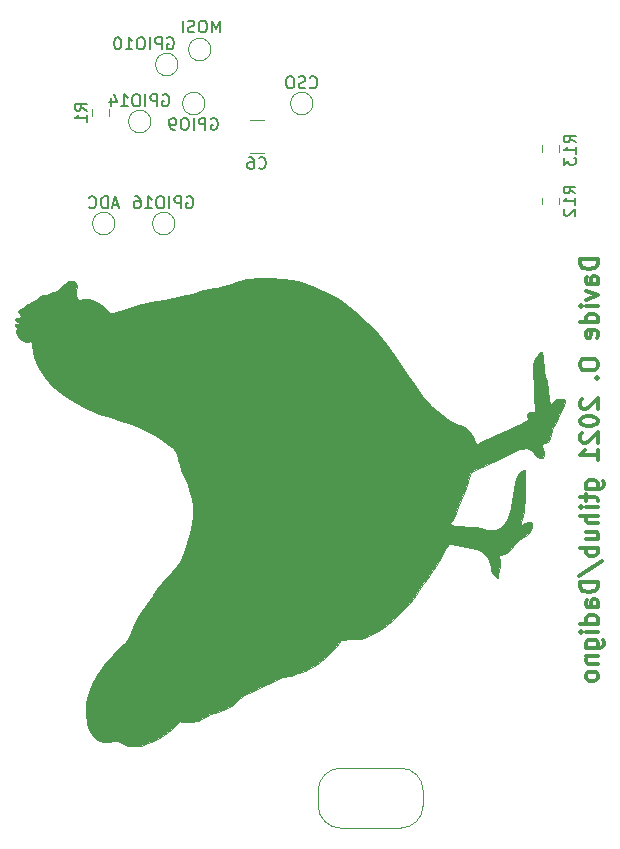
<source format=gbr>
G04 #@! TF.GenerationSoftware,KiCad,Pcbnew,(5.1.5)-3*
G04 #@! TF.CreationDate,2021-06-07T18:41:19+02:00*
G04 #@! TF.ProjectId,IotHenHouse,496f7448-656e-4486-9f75-73652e6b6963,rev?*
G04 #@! TF.SameCoordinates,Original*
G04 #@! TF.FileFunction,Legend,Bot*
G04 #@! TF.FilePolarity,Positive*
%FSLAX46Y46*%
G04 Gerber Fmt 4.6, Leading zero omitted, Abs format (unit mm)*
G04 Created by KiCad (PCBNEW (5.1.5)-3) date 2021-06-07 18:41:19*
%MOMM*%
%LPD*%
G04 APERTURE LIST*
%ADD10C,0.300000*%
%ADD11C,0.010000*%
%ADD12C,0.120000*%
%ADD13C,0.150000*%
G04 APERTURE END LIST*
D10*
X88054571Y-86826571D02*
X86554571Y-86826571D01*
X86554571Y-87183714D01*
X86626000Y-87398000D01*
X86768857Y-87540857D01*
X86911714Y-87612285D01*
X87197428Y-87683714D01*
X87411714Y-87683714D01*
X87697428Y-87612285D01*
X87840285Y-87540857D01*
X87983142Y-87398000D01*
X88054571Y-87183714D01*
X88054571Y-86826571D01*
X88054571Y-88969428D02*
X87268857Y-88969428D01*
X87126000Y-88898000D01*
X87054571Y-88755142D01*
X87054571Y-88469428D01*
X87126000Y-88326571D01*
X87983142Y-88969428D02*
X88054571Y-88826571D01*
X88054571Y-88469428D01*
X87983142Y-88326571D01*
X87840285Y-88255142D01*
X87697428Y-88255142D01*
X87554571Y-88326571D01*
X87483142Y-88469428D01*
X87483142Y-88826571D01*
X87411714Y-88969428D01*
X87054571Y-89540857D02*
X88054571Y-89898000D01*
X87054571Y-90255142D01*
X88054571Y-90826571D02*
X87054571Y-90826571D01*
X86554571Y-90826571D02*
X86626000Y-90755142D01*
X86697428Y-90826571D01*
X86626000Y-90898000D01*
X86554571Y-90826571D01*
X86697428Y-90826571D01*
X88054571Y-92183714D02*
X86554571Y-92183714D01*
X87983142Y-92183714D02*
X88054571Y-92040857D01*
X88054571Y-91755142D01*
X87983142Y-91612285D01*
X87911714Y-91540857D01*
X87768857Y-91469428D01*
X87340285Y-91469428D01*
X87197428Y-91540857D01*
X87126000Y-91612285D01*
X87054571Y-91755142D01*
X87054571Y-92040857D01*
X87126000Y-92183714D01*
X87983142Y-93469428D02*
X88054571Y-93326571D01*
X88054571Y-93040857D01*
X87983142Y-92898000D01*
X87840285Y-92826571D01*
X87268857Y-92826571D01*
X87126000Y-92898000D01*
X87054571Y-93040857D01*
X87054571Y-93326571D01*
X87126000Y-93469428D01*
X87268857Y-93540857D01*
X87411714Y-93540857D01*
X87554571Y-92826571D01*
X86554571Y-95612285D02*
X86554571Y-95898000D01*
X86626000Y-96040857D01*
X86768857Y-96183714D01*
X87054571Y-96255142D01*
X87554571Y-96255142D01*
X87840285Y-96183714D01*
X87983142Y-96040857D01*
X88054571Y-95898000D01*
X88054571Y-95612285D01*
X87983142Y-95469428D01*
X87840285Y-95326571D01*
X87554571Y-95255142D01*
X87054571Y-95255142D01*
X86768857Y-95326571D01*
X86626000Y-95469428D01*
X86554571Y-95612285D01*
X87911714Y-96898000D02*
X87983142Y-96969428D01*
X88054571Y-96898000D01*
X87983142Y-96826571D01*
X87911714Y-96898000D01*
X88054571Y-96898000D01*
X86697428Y-98683714D02*
X86626000Y-98755142D01*
X86554571Y-98898000D01*
X86554571Y-99255142D01*
X86626000Y-99398000D01*
X86697428Y-99469428D01*
X86840285Y-99540857D01*
X86983142Y-99540857D01*
X87197428Y-99469428D01*
X88054571Y-98612285D01*
X88054571Y-99540857D01*
X86554571Y-100469428D02*
X86554571Y-100612285D01*
X86626000Y-100755142D01*
X86697428Y-100826571D01*
X86840285Y-100898000D01*
X87126000Y-100969428D01*
X87483142Y-100969428D01*
X87768857Y-100898000D01*
X87911714Y-100826571D01*
X87983142Y-100755142D01*
X88054571Y-100612285D01*
X88054571Y-100469428D01*
X87983142Y-100326571D01*
X87911714Y-100255142D01*
X87768857Y-100183714D01*
X87483142Y-100112285D01*
X87126000Y-100112285D01*
X86840285Y-100183714D01*
X86697428Y-100255142D01*
X86626000Y-100326571D01*
X86554571Y-100469428D01*
X86697428Y-101540857D02*
X86626000Y-101612285D01*
X86554571Y-101755142D01*
X86554571Y-102112285D01*
X86626000Y-102255142D01*
X86697428Y-102326571D01*
X86840285Y-102398000D01*
X86983142Y-102398000D01*
X87197428Y-102326571D01*
X88054571Y-101469428D01*
X88054571Y-102398000D01*
X88054571Y-103826571D02*
X88054571Y-102969428D01*
X88054571Y-103398000D02*
X86554571Y-103398000D01*
X86768857Y-103255142D01*
X86911714Y-103112285D01*
X86983142Y-102969428D01*
X87054571Y-106255142D02*
X88268857Y-106255142D01*
X88411714Y-106183714D01*
X88483142Y-106112285D01*
X88554571Y-105969428D01*
X88554571Y-105755142D01*
X88483142Y-105612285D01*
X87983142Y-106255142D02*
X88054571Y-106112285D01*
X88054571Y-105826571D01*
X87983142Y-105683714D01*
X87911714Y-105612285D01*
X87768857Y-105540857D01*
X87340285Y-105540857D01*
X87197428Y-105612285D01*
X87126000Y-105683714D01*
X87054571Y-105826571D01*
X87054571Y-106112285D01*
X87126000Y-106255142D01*
X87054571Y-106755142D02*
X87054571Y-107326571D01*
X86554571Y-106969428D02*
X87840285Y-106969428D01*
X87983142Y-107040857D01*
X88054571Y-107183714D01*
X88054571Y-107326571D01*
X88054571Y-107826571D02*
X87054571Y-107826571D01*
X86554571Y-107826571D02*
X86626000Y-107755142D01*
X86697428Y-107826571D01*
X86626000Y-107898000D01*
X86554571Y-107826571D01*
X86697428Y-107826571D01*
X88054571Y-108540857D02*
X86554571Y-108540857D01*
X88054571Y-109183714D02*
X87268857Y-109183714D01*
X87126000Y-109112285D01*
X87054571Y-108969428D01*
X87054571Y-108755142D01*
X87126000Y-108612285D01*
X87197428Y-108540857D01*
X87054571Y-110540857D02*
X88054571Y-110540857D01*
X87054571Y-109898000D02*
X87840285Y-109898000D01*
X87983142Y-109969428D01*
X88054571Y-110112285D01*
X88054571Y-110326571D01*
X87983142Y-110469428D01*
X87911714Y-110540857D01*
X88054571Y-111255142D02*
X86554571Y-111255142D01*
X87126000Y-111255142D02*
X87054571Y-111398000D01*
X87054571Y-111683714D01*
X87126000Y-111826571D01*
X87197428Y-111898000D01*
X87340285Y-111969428D01*
X87768857Y-111969428D01*
X87911714Y-111898000D01*
X87983142Y-111826571D01*
X88054571Y-111683714D01*
X88054571Y-111398000D01*
X87983142Y-111255142D01*
X86483142Y-113683714D02*
X88411714Y-112398000D01*
X88054571Y-114183714D02*
X86554571Y-114183714D01*
X86554571Y-114540857D01*
X86626000Y-114755142D01*
X86768857Y-114898000D01*
X86911714Y-114969428D01*
X87197428Y-115040857D01*
X87411714Y-115040857D01*
X87697428Y-114969428D01*
X87840285Y-114898000D01*
X87983142Y-114755142D01*
X88054571Y-114540857D01*
X88054571Y-114183714D01*
X88054571Y-116326571D02*
X87268857Y-116326571D01*
X87126000Y-116255142D01*
X87054571Y-116112285D01*
X87054571Y-115826571D01*
X87126000Y-115683714D01*
X87983142Y-116326571D02*
X88054571Y-116183714D01*
X88054571Y-115826571D01*
X87983142Y-115683714D01*
X87840285Y-115612285D01*
X87697428Y-115612285D01*
X87554571Y-115683714D01*
X87483142Y-115826571D01*
X87483142Y-116183714D01*
X87411714Y-116326571D01*
X88054571Y-117683714D02*
X86554571Y-117683714D01*
X87983142Y-117683714D02*
X88054571Y-117540857D01*
X88054571Y-117255142D01*
X87983142Y-117112285D01*
X87911714Y-117040857D01*
X87768857Y-116969428D01*
X87340285Y-116969428D01*
X87197428Y-117040857D01*
X87126000Y-117112285D01*
X87054571Y-117255142D01*
X87054571Y-117540857D01*
X87126000Y-117683714D01*
X88054571Y-118398000D02*
X87054571Y-118398000D01*
X86554571Y-118398000D02*
X86626000Y-118326571D01*
X86697428Y-118398000D01*
X86626000Y-118469428D01*
X86554571Y-118398000D01*
X86697428Y-118398000D01*
X87054571Y-119755142D02*
X88268857Y-119755142D01*
X88411714Y-119683714D01*
X88483142Y-119612285D01*
X88554571Y-119469428D01*
X88554571Y-119255142D01*
X88483142Y-119112285D01*
X87983142Y-119755142D02*
X88054571Y-119612285D01*
X88054571Y-119326571D01*
X87983142Y-119183714D01*
X87911714Y-119112285D01*
X87768857Y-119040857D01*
X87340285Y-119040857D01*
X87197428Y-119112285D01*
X87126000Y-119183714D01*
X87054571Y-119326571D01*
X87054571Y-119612285D01*
X87126000Y-119755142D01*
X87054571Y-120469428D02*
X88054571Y-120469428D01*
X87197428Y-120469428D02*
X87126000Y-120540857D01*
X87054571Y-120683714D01*
X87054571Y-120898000D01*
X87126000Y-121040857D01*
X87268857Y-121112285D01*
X88054571Y-121112285D01*
X88054571Y-122040857D02*
X87983142Y-121898000D01*
X87911714Y-121826571D01*
X87768857Y-121755142D01*
X87340285Y-121755142D01*
X87197428Y-121826571D01*
X87126000Y-121898000D01*
X87054571Y-122040857D01*
X87054571Y-122255142D01*
X87126000Y-122398000D01*
X87197428Y-122469428D01*
X87340285Y-122540857D01*
X87768857Y-122540857D01*
X87911714Y-122469428D01*
X87983142Y-122398000D01*
X88054571Y-122255142D01*
X88054571Y-122040857D01*
D11*
G36*
X38820711Y-92541533D02*
G01*
X38901306Y-92660441D01*
X38853589Y-92762467D01*
X38796209Y-92956170D01*
X38864002Y-93216691D01*
X39047020Y-93508790D01*
X39073392Y-93540900D01*
X39360796Y-93782812D01*
X39673450Y-93861570D01*
X39908891Y-93815017D01*
X40029073Y-93778167D01*
X40098122Y-93806510D01*
X40138256Y-93933700D01*
X40171692Y-94193387D01*
X40174317Y-94217045D01*
X40350575Y-95103464D01*
X40678780Y-95936314D01*
X41161974Y-96719982D01*
X41803198Y-97458855D01*
X42605491Y-98157320D01*
X43199257Y-98581410D01*
X43782433Y-98945533D01*
X44403208Y-99283067D01*
X45085063Y-99603959D01*
X45851479Y-99918156D01*
X46725941Y-100235603D01*
X47731929Y-100566247D01*
X48302333Y-100742900D01*
X49196417Y-101058658D01*
X50055901Y-101445384D01*
X50847307Y-101884457D01*
X51537156Y-102357261D01*
X52091970Y-102845178D01*
X52102934Y-102856490D01*
X52330348Y-103133801D01*
X52455167Y-103415691D01*
X52500948Y-103632457D01*
X52558161Y-103870226D01*
X52667536Y-104221533D01*
X52814840Y-104644141D01*
X52985838Y-105095816D01*
X53039402Y-105230110D01*
X53333041Y-105985477D01*
X53552096Y-106621156D01*
X53703342Y-107165965D01*
X53793555Y-107648724D01*
X53829510Y-108098251D01*
X53818080Y-108542040D01*
X53724320Y-109245299D01*
X53546251Y-110037213D01*
X53298531Y-110869037D01*
X52995818Y-111692025D01*
X52652771Y-112457430D01*
X52622625Y-112517478D01*
X52440281Y-112801415D01*
X52186695Y-113105974D01*
X51993433Y-113295614D01*
X51566647Y-113716350D01*
X51125398Y-114231493D01*
X50718709Y-114779117D01*
X50395607Y-115297292D01*
X50367390Y-115349615D01*
X50156472Y-115702970D01*
X49900277Y-116070822D01*
X49725323Y-116289667D01*
X49456643Y-116647924D01*
X49164353Y-117120501D01*
X48874312Y-117659773D01*
X48612378Y-118218112D01*
X48429870Y-118675667D01*
X48303571Y-118981459D01*
X48155296Y-119214041D01*
X47939372Y-119434562D01*
X47736299Y-119604260D01*
X47525911Y-119789629D01*
X47265578Y-120043338D01*
X46980420Y-120337796D01*
X46695555Y-120645408D01*
X46436106Y-120938581D01*
X46227192Y-121189721D01*
X46093932Y-121371233D01*
X46058667Y-121447084D01*
X46006972Y-121545167D01*
X45907657Y-121665837D01*
X45806514Y-121808629D01*
X45655573Y-122062843D01*
X45478513Y-122387339D01*
X45361471Y-122614797D01*
X44985828Y-123517291D01*
X44773890Y-124400364D01*
X44726189Y-125259230D01*
X44843258Y-126089103D01*
X44938815Y-126419285D01*
X45181903Y-126970079D01*
X45490961Y-127377658D01*
X45858066Y-127636297D01*
X46275297Y-127740276D01*
X46702215Y-127692932D01*
X47073726Y-127612550D01*
X47352487Y-127610183D01*
X47599292Y-127692440D01*
X47797584Y-127812006D01*
X48241245Y-128013378D01*
X48765803Y-128080640D01*
X49354507Y-128018024D01*
X49990607Y-127829762D01*
X50657353Y-127520087D01*
X51337995Y-127093232D01*
X51689000Y-126828648D01*
X51974271Y-126592786D01*
X52239176Y-126360133D01*
X52427606Y-126180013D01*
X52431328Y-126176108D01*
X52582287Y-126031096D01*
X52714046Y-125971176D01*
X52895422Y-125979162D01*
X53079919Y-126014142D01*
X53637793Y-126043675D01*
X54224724Y-125915196D01*
X54822172Y-125633198D01*
X54930988Y-125565455D01*
X55262538Y-125379834D01*
X55616869Y-125225307D01*
X55869222Y-125147554D01*
X56333856Y-125025828D01*
X56708800Y-124865575D01*
X57056565Y-124632986D01*
X57430175Y-124303308D01*
X57697309Y-124064399D01*
X57944915Y-123870345D01*
X58129786Y-123754237D01*
X58166000Y-123739717D01*
X58305443Y-123683176D01*
X58569032Y-123563282D01*
X58929679Y-123392854D01*
X59360298Y-123184713D01*
X59833800Y-122951677D01*
X59887549Y-122924970D01*
X60361200Y-122693878D01*
X60793027Y-122491607D01*
X61156642Y-122329849D01*
X61425658Y-122220294D01*
X61573686Y-122174633D01*
X61582584Y-122174000D01*
X61752003Y-122151928D01*
X62027988Y-122093680D01*
X62354753Y-122011208D01*
X62398718Y-121999146D01*
X63302897Y-121667193D01*
X64174988Y-121191307D01*
X64977544Y-120596802D01*
X65673117Y-119908994D01*
X65897341Y-119634000D01*
X66318163Y-119083667D01*
X67241315Y-119032838D01*
X67662024Y-119006006D01*
X67971613Y-118970127D01*
X68228192Y-118910257D01*
X68489870Y-118811450D01*
X68814758Y-118658762D01*
X68943733Y-118595002D01*
X69619070Y-118224447D01*
X70242881Y-117802556D01*
X70841938Y-117306134D01*
X71443013Y-116711990D01*
X72072878Y-115996930D01*
X72386594Y-115612334D01*
X72639285Y-115280350D01*
X72953979Y-114842983D01*
X73305879Y-114337077D01*
X73670189Y-113799474D01*
X74022111Y-113267017D01*
X74336849Y-112776551D01*
X74589607Y-112364919D01*
X74694413Y-112183334D01*
X74948616Y-111730076D01*
X75139092Y-111404975D01*
X75283028Y-111187437D01*
X75397616Y-111056870D01*
X75500045Y-110992681D01*
X75607505Y-110974279D01*
X75700555Y-110978045D01*
X76039917Y-111018179D01*
X76455766Y-111087632D01*
X76905211Y-111176891D01*
X77345362Y-111276443D01*
X77733327Y-111376773D01*
X78026216Y-111468368D01*
X78150291Y-111521414D01*
X78464706Y-111777622D01*
X78734729Y-112155443D01*
X78930601Y-112607791D01*
X78992852Y-112854613D01*
X79056698Y-113160047D01*
X79123131Y-113361132D01*
X79219912Y-113520971D01*
X79357569Y-113683557D01*
X79515810Y-113815045D01*
X79610786Y-113807026D01*
X79620782Y-113664760D01*
X79611059Y-113622132D01*
X79622154Y-113422381D01*
X79673301Y-113323962D01*
X79727521Y-113172396D01*
X79761118Y-112910335D01*
X79772359Y-112595560D01*
X79759510Y-112285853D01*
X79720836Y-112038994D01*
X79712703Y-112010965D01*
X79706897Y-111881045D01*
X79830289Y-111844734D01*
X79840527Y-111844667D01*
X80112199Y-111777506D01*
X80423569Y-111599461D01*
X80728627Y-111345688D01*
X80981361Y-111051342D01*
X81071589Y-110904044D01*
X81214480Y-110740581D01*
X81456436Y-110562290D01*
X81635866Y-110461823D01*
X82073150Y-110168441D01*
X82374549Y-109793168D01*
X82516480Y-109408768D01*
X82523455Y-109190191D01*
X82427079Y-109088424D01*
X82218180Y-109100510D01*
X81910407Y-109213309D01*
X81679073Y-109313209D01*
X81520821Y-109376992D01*
X81481589Y-109389334D01*
X81489195Y-109319607D01*
X81545591Y-109145214D01*
X81573023Y-109071834D01*
X81658529Y-108806613D01*
X81746734Y-108466545D01*
X81794332Y-108246334D01*
X81823922Y-108022722D01*
X81850624Y-107688433D01*
X81873754Y-107274016D01*
X81892627Y-106810023D01*
X81906558Y-106327006D01*
X81914862Y-105855515D01*
X81916855Y-105426102D01*
X81911852Y-105069318D01*
X81899169Y-104815715D01*
X81878120Y-104695843D01*
X81874006Y-104691161D01*
X81767148Y-104700308D01*
X81618962Y-104758997D01*
X81392812Y-104959020D01*
X81199558Y-105306663D01*
X81047489Y-105782007D01*
X80944896Y-106365136D01*
X80942718Y-106383667D01*
X80881821Y-106829421D01*
X80797194Y-107347887D01*
X80704192Y-107847015D01*
X80675178Y-107987577D01*
X80577839Y-108408617D01*
X80483091Y-108713500D01*
X80369963Y-108953754D01*
X80217479Y-109180908D01*
X80158266Y-109257577D01*
X79968202Y-109488554D01*
X79815668Y-109622028D01*
X79638370Y-109691879D01*
X79374010Y-109731989D01*
X79264465Y-109743700D01*
X78878982Y-109765885D01*
X78592865Y-109733707D01*
X78406697Y-109671111D01*
X78145066Y-109599569D01*
X77736273Y-109543389D01*
X77202026Y-109505381D01*
X77089000Y-109500481D01*
X76478889Y-109464284D01*
X76012616Y-109410270D01*
X75695651Y-109339950D01*
X75533461Y-109254832D01*
X75531515Y-109156428D01*
X75609228Y-109091829D01*
X75718418Y-108962218D01*
X75870296Y-108692315D01*
X76055988Y-108303120D01*
X76266624Y-107815634D01*
X76493331Y-107250858D01*
X76727237Y-106629793D01*
X76959470Y-105973439D01*
X77086794Y-105594314D01*
X77318693Y-104889627D01*
X79320513Y-103917954D01*
X79873582Y-103652425D01*
X80391123Y-103409455D01*
X80849251Y-103199826D01*
X81224083Y-103034317D01*
X81491736Y-102923712D01*
X81618667Y-102880570D01*
X82030467Y-102855735D01*
X82373781Y-102984399D01*
X82661711Y-103271680D01*
X82677596Y-103294193D01*
X82914394Y-103558837D01*
X83153669Y-103689387D01*
X83370787Y-103674957D01*
X83440099Y-103631088D01*
X83549411Y-103438188D01*
X83531886Y-103172347D01*
X83439000Y-102954667D01*
X83326763Y-102690700D01*
X83350926Y-102516415D01*
X83514696Y-102416931D01*
X83557221Y-102406262D01*
X83849369Y-102278417D01*
X84031708Y-102038498D01*
X84115219Y-101670843D01*
X84119903Y-101603670D01*
X84168497Y-101280265D01*
X84265323Y-101060897D01*
X84286084Y-101037154D01*
X84400475Y-100877580D01*
X84553085Y-100604249D01*
X84725646Y-100257667D01*
X84899894Y-99878341D01*
X85057563Y-99506778D01*
X85180386Y-99183485D01*
X85250097Y-98948968D01*
X85259333Y-98878871D01*
X85237635Y-98708287D01*
X85137049Y-98644451D01*
X84999767Y-98636667D01*
X84625927Y-98706082D01*
X84267334Y-98924365D01*
X84186936Y-98994000D01*
X84003538Y-99160839D01*
X83949203Y-98665920D01*
X83846452Y-97858691D01*
X83724978Y-97159325D01*
X83620485Y-96689334D01*
X83549173Y-96330253D01*
X83484236Y-95889409D01*
X83438299Y-95454253D01*
X83434061Y-95398167D01*
X83401593Y-95067863D01*
X83359415Y-94813412D01*
X83314657Y-94673073D01*
X83296035Y-94657334D01*
X83189274Y-94714362D01*
X83026428Y-94856833D01*
X82970319Y-94914560D01*
X82756982Y-95249481D01*
X82618484Y-95693832D01*
X82566312Y-96200009D01*
X82582240Y-96522963D01*
X82603297Y-96769966D01*
X82627501Y-97144026D01*
X82652466Y-97602957D01*
X82675805Y-98104575D01*
X82686247Y-98361500D01*
X82739215Y-99737334D01*
X82478253Y-99737334D01*
X82228380Y-99801287D01*
X82096964Y-99973265D01*
X82104118Y-100223438D01*
X82119621Y-100269135D01*
X82137542Y-100331036D01*
X82129892Y-100389644D01*
X82080588Y-100454309D01*
X81973547Y-100534382D01*
X81792687Y-100639214D01*
X81521926Y-100778158D01*
X81145180Y-100960564D01*
X80646368Y-101195783D01*
X80035129Y-101481178D01*
X79472605Y-101743175D01*
X78959537Y-101981739D01*
X78516136Y-102187506D01*
X78162609Y-102351109D01*
X77919167Y-102463185D01*
X77806018Y-102514368D01*
X77801619Y-102516182D01*
X77734019Y-102464640D01*
X77672907Y-102304515D01*
X77461594Y-101771703D01*
X77110452Y-101327015D01*
X76631278Y-100983189D01*
X76318442Y-100842070D01*
X75718193Y-100591864D01*
X75219914Y-100317359D01*
X74757138Y-99976884D01*
X74337431Y-99600079D01*
X73984405Y-99250209D01*
X73646383Y-98885840D01*
X73306510Y-98485393D01*
X72947931Y-98027289D01*
X72553789Y-97489948D01*
X72107230Y-96851791D01*
X71591397Y-96091239D01*
X71559266Y-96043317D01*
X70860746Y-95026661D01*
X70213336Y-94141991D01*
X69597918Y-93367208D01*
X68995373Y-92680215D01*
X68386585Y-92058911D01*
X67752435Y-91481199D01*
X67255808Y-91068935D01*
X66124525Y-90240206D01*
X64997722Y-89574086D01*
X63858803Y-89065170D01*
X62691172Y-88708050D01*
X61478236Y-88497318D01*
X60203399Y-88427569D01*
X59250774Y-88460721D01*
X58740263Y-88499432D01*
X58351838Y-88541181D01*
X58038361Y-88595049D01*
X57752694Y-88670117D01*
X57447697Y-88775466D01*
X57276468Y-88841065D01*
X56857084Y-88984864D01*
X56347770Y-89130087D01*
X55826419Y-89255588D01*
X55537684Y-89313082D01*
X55106880Y-89395866D01*
X54697997Y-89484562D01*
X54362917Y-89567363D01*
X54183017Y-89621370D01*
X53769383Y-89747011D01*
X53210778Y-89884567D01*
X52530706Y-90028891D01*
X51752666Y-90174834D01*
X51308000Y-90251182D01*
X50251475Y-90456418D01*
X49150074Y-90722801D01*
X48089150Y-91028709D01*
X47593002Y-91192337D01*
X47250107Y-91309345D01*
X47028877Y-91374200D01*
X46891103Y-91390551D01*
X46798576Y-91362051D01*
X46713088Y-91292349D01*
X46697782Y-91277875D01*
X46381512Y-90985650D01*
X46130043Y-90778465D01*
X45891315Y-90618818D01*
X45613266Y-90469206D01*
X45494413Y-90411012D01*
X45191504Y-90271477D01*
X44977741Y-90199902D01*
X44792670Y-90184912D01*
X44575839Y-90215133D01*
X44516458Y-90227009D01*
X44263171Y-90271628D01*
X44118003Y-90264522D01*
X44024701Y-90194646D01*
X43971545Y-90120033D01*
X43889461Y-89898994D01*
X43896015Y-89591421D01*
X43902074Y-89548460D01*
X43931811Y-89128601D01*
X43879683Y-88833085D01*
X43748908Y-88672772D01*
X43634735Y-88646000D01*
X43309586Y-88717287D01*
X42955431Y-88936110D01*
X42633650Y-89231689D01*
X42418886Y-89422971D01*
X42221291Y-89548494D01*
X42123322Y-89577333D01*
X41913690Y-89625499D01*
X41777651Y-89696425D01*
X41590160Y-89781979D01*
X41321319Y-89855321D01*
X41215145Y-89874372D01*
X40851728Y-89981882D01*
X40631908Y-90136281D01*
X40471167Y-90276958D01*
X40343526Y-90339170D01*
X40339275Y-90339333D01*
X40204235Y-90398439D01*
X40132000Y-90466334D01*
X39968238Y-90574860D01*
X39873778Y-90593334D01*
X39711437Y-90655164D01*
X39566645Y-90784211D01*
X39369154Y-90964186D01*
X39176324Y-91080176D01*
X39017853Y-91173911D01*
X38995811Y-91277077D01*
X39023535Y-91340762D01*
X39160673Y-91526911D01*
X39252371Y-91616297D01*
X39329021Y-91695497D01*
X39290329Y-91740402D01*
X39111363Y-91773593D01*
X39073111Y-91778667D01*
X38818691Y-91842405D01*
X38722832Y-91940522D01*
X38789525Y-92063303D01*
X38920261Y-92150828D01*
X39158333Y-92279887D01*
X38925500Y-92283277D01*
X38737100Y-92318056D01*
X38706917Y-92410643D01*
X38820711Y-92541533D01*
G37*
X38820711Y-92541533D02*
X38901306Y-92660441D01*
X38853589Y-92762467D01*
X38796209Y-92956170D01*
X38864002Y-93216691D01*
X39047020Y-93508790D01*
X39073392Y-93540900D01*
X39360796Y-93782812D01*
X39673450Y-93861570D01*
X39908891Y-93815017D01*
X40029073Y-93778167D01*
X40098122Y-93806510D01*
X40138256Y-93933700D01*
X40171692Y-94193387D01*
X40174317Y-94217045D01*
X40350575Y-95103464D01*
X40678780Y-95936314D01*
X41161974Y-96719982D01*
X41803198Y-97458855D01*
X42605491Y-98157320D01*
X43199257Y-98581410D01*
X43782433Y-98945533D01*
X44403208Y-99283067D01*
X45085063Y-99603959D01*
X45851479Y-99918156D01*
X46725941Y-100235603D01*
X47731929Y-100566247D01*
X48302333Y-100742900D01*
X49196417Y-101058658D01*
X50055901Y-101445384D01*
X50847307Y-101884457D01*
X51537156Y-102357261D01*
X52091970Y-102845178D01*
X52102934Y-102856490D01*
X52330348Y-103133801D01*
X52455167Y-103415691D01*
X52500948Y-103632457D01*
X52558161Y-103870226D01*
X52667536Y-104221533D01*
X52814840Y-104644141D01*
X52985838Y-105095816D01*
X53039402Y-105230110D01*
X53333041Y-105985477D01*
X53552096Y-106621156D01*
X53703342Y-107165965D01*
X53793555Y-107648724D01*
X53829510Y-108098251D01*
X53818080Y-108542040D01*
X53724320Y-109245299D01*
X53546251Y-110037213D01*
X53298531Y-110869037D01*
X52995818Y-111692025D01*
X52652771Y-112457430D01*
X52622625Y-112517478D01*
X52440281Y-112801415D01*
X52186695Y-113105974D01*
X51993433Y-113295614D01*
X51566647Y-113716350D01*
X51125398Y-114231493D01*
X50718709Y-114779117D01*
X50395607Y-115297292D01*
X50367390Y-115349615D01*
X50156472Y-115702970D01*
X49900277Y-116070822D01*
X49725323Y-116289667D01*
X49456643Y-116647924D01*
X49164353Y-117120501D01*
X48874312Y-117659773D01*
X48612378Y-118218112D01*
X48429870Y-118675667D01*
X48303571Y-118981459D01*
X48155296Y-119214041D01*
X47939372Y-119434562D01*
X47736299Y-119604260D01*
X47525911Y-119789629D01*
X47265578Y-120043338D01*
X46980420Y-120337796D01*
X46695555Y-120645408D01*
X46436106Y-120938581D01*
X46227192Y-121189721D01*
X46093932Y-121371233D01*
X46058667Y-121447084D01*
X46006972Y-121545167D01*
X45907657Y-121665837D01*
X45806514Y-121808629D01*
X45655573Y-122062843D01*
X45478513Y-122387339D01*
X45361471Y-122614797D01*
X44985828Y-123517291D01*
X44773890Y-124400364D01*
X44726189Y-125259230D01*
X44843258Y-126089103D01*
X44938815Y-126419285D01*
X45181903Y-126970079D01*
X45490961Y-127377658D01*
X45858066Y-127636297D01*
X46275297Y-127740276D01*
X46702215Y-127692932D01*
X47073726Y-127612550D01*
X47352487Y-127610183D01*
X47599292Y-127692440D01*
X47797584Y-127812006D01*
X48241245Y-128013378D01*
X48765803Y-128080640D01*
X49354507Y-128018024D01*
X49990607Y-127829762D01*
X50657353Y-127520087D01*
X51337995Y-127093232D01*
X51689000Y-126828648D01*
X51974271Y-126592786D01*
X52239176Y-126360133D01*
X52427606Y-126180013D01*
X52431328Y-126176108D01*
X52582287Y-126031096D01*
X52714046Y-125971176D01*
X52895422Y-125979162D01*
X53079919Y-126014142D01*
X53637793Y-126043675D01*
X54224724Y-125915196D01*
X54822172Y-125633198D01*
X54930988Y-125565455D01*
X55262538Y-125379834D01*
X55616869Y-125225307D01*
X55869222Y-125147554D01*
X56333856Y-125025828D01*
X56708800Y-124865575D01*
X57056565Y-124632986D01*
X57430175Y-124303308D01*
X57697309Y-124064399D01*
X57944915Y-123870345D01*
X58129786Y-123754237D01*
X58166000Y-123739717D01*
X58305443Y-123683176D01*
X58569032Y-123563282D01*
X58929679Y-123392854D01*
X59360298Y-123184713D01*
X59833800Y-122951677D01*
X59887549Y-122924970D01*
X60361200Y-122693878D01*
X60793027Y-122491607D01*
X61156642Y-122329849D01*
X61425658Y-122220294D01*
X61573686Y-122174633D01*
X61582584Y-122174000D01*
X61752003Y-122151928D01*
X62027988Y-122093680D01*
X62354753Y-122011208D01*
X62398718Y-121999146D01*
X63302897Y-121667193D01*
X64174988Y-121191307D01*
X64977544Y-120596802D01*
X65673117Y-119908994D01*
X65897341Y-119634000D01*
X66318163Y-119083667D01*
X67241315Y-119032838D01*
X67662024Y-119006006D01*
X67971613Y-118970127D01*
X68228192Y-118910257D01*
X68489870Y-118811450D01*
X68814758Y-118658762D01*
X68943733Y-118595002D01*
X69619070Y-118224447D01*
X70242881Y-117802556D01*
X70841938Y-117306134D01*
X71443013Y-116711990D01*
X72072878Y-115996930D01*
X72386594Y-115612334D01*
X72639285Y-115280350D01*
X72953979Y-114842983D01*
X73305879Y-114337077D01*
X73670189Y-113799474D01*
X74022111Y-113267017D01*
X74336849Y-112776551D01*
X74589607Y-112364919D01*
X74694413Y-112183334D01*
X74948616Y-111730076D01*
X75139092Y-111404975D01*
X75283028Y-111187437D01*
X75397616Y-111056870D01*
X75500045Y-110992681D01*
X75607505Y-110974279D01*
X75700555Y-110978045D01*
X76039917Y-111018179D01*
X76455766Y-111087632D01*
X76905211Y-111176891D01*
X77345362Y-111276443D01*
X77733327Y-111376773D01*
X78026216Y-111468368D01*
X78150291Y-111521414D01*
X78464706Y-111777622D01*
X78734729Y-112155443D01*
X78930601Y-112607791D01*
X78992852Y-112854613D01*
X79056698Y-113160047D01*
X79123131Y-113361132D01*
X79219912Y-113520971D01*
X79357569Y-113683557D01*
X79515810Y-113815045D01*
X79610786Y-113807026D01*
X79620782Y-113664760D01*
X79611059Y-113622132D01*
X79622154Y-113422381D01*
X79673301Y-113323962D01*
X79727521Y-113172396D01*
X79761118Y-112910335D01*
X79772359Y-112595560D01*
X79759510Y-112285853D01*
X79720836Y-112038994D01*
X79712703Y-112010965D01*
X79706897Y-111881045D01*
X79830289Y-111844734D01*
X79840527Y-111844667D01*
X80112199Y-111777506D01*
X80423569Y-111599461D01*
X80728627Y-111345688D01*
X80981361Y-111051342D01*
X81071589Y-110904044D01*
X81214480Y-110740581D01*
X81456436Y-110562290D01*
X81635866Y-110461823D01*
X82073150Y-110168441D01*
X82374549Y-109793168D01*
X82516480Y-109408768D01*
X82523455Y-109190191D01*
X82427079Y-109088424D01*
X82218180Y-109100510D01*
X81910407Y-109213309D01*
X81679073Y-109313209D01*
X81520821Y-109376992D01*
X81481589Y-109389334D01*
X81489195Y-109319607D01*
X81545591Y-109145214D01*
X81573023Y-109071834D01*
X81658529Y-108806613D01*
X81746734Y-108466545D01*
X81794332Y-108246334D01*
X81823922Y-108022722D01*
X81850624Y-107688433D01*
X81873754Y-107274016D01*
X81892627Y-106810023D01*
X81906558Y-106327006D01*
X81914862Y-105855515D01*
X81916855Y-105426102D01*
X81911852Y-105069318D01*
X81899169Y-104815715D01*
X81878120Y-104695843D01*
X81874006Y-104691161D01*
X81767148Y-104700308D01*
X81618962Y-104758997D01*
X81392812Y-104959020D01*
X81199558Y-105306663D01*
X81047489Y-105782007D01*
X80944896Y-106365136D01*
X80942718Y-106383667D01*
X80881821Y-106829421D01*
X80797194Y-107347887D01*
X80704192Y-107847015D01*
X80675178Y-107987577D01*
X80577839Y-108408617D01*
X80483091Y-108713500D01*
X80369963Y-108953754D01*
X80217479Y-109180908D01*
X80158266Y-109257577D01*
X79968202Y-109488554D01*
X79815668Y-109622028D01*
X79638370Y-109691879D01*
X79374010Y-109731989D01*
X79264465Y-109743700D01*
X78878982Y-109765885D01*
X78592865Y-109733707D01*
X78406697Y-109671111D01*
X78145066Y-109599569D01*
X77736273Y-109543389D01*
X77202026Y-109505381D01*
X77089000Y-109500481D01*
X76478889Y-109464284D01*
X76012616Y-109410270D01*
X75695651Y-109339950D01*
X75533461Y-109254832D01*
X75531515Y-109156428D01*
X75609228Y-109091829D01*
X75718418Y-108962218D01*
X75870296Y-108692315D01*
X76055988Y-108303120D01*
X76266624Y-107815634D01*
X76493331Y-107250858D01*
X76727237Y-106629793D01*
X76959470Y-105973439D01*
X77086794Y-105594314D01*
X77318693Y-104889627D01*
X79320513Y-103917954D01*
X79873582Y-103652425D01*
X80391123Y-103409455D01*
X80849251Y-103199826D01*
X81224083Y-103034317D01*
X81491736Y-102923712D01*
X81618667Y-102880570D01*
X82030467Y-102855735D01*
X82373781Y-102984399D01*
X82661711Y-103271680D01*
X82677596Y-103294193D01*
X82914394Y-103558837D01*
X83153669Y-103689387D01*
X83370787Y-103674957D01*
X83440099Y-103631088D01*
X83549411Y-103438188D01*
X83531886Y-103172347D01*
X83439000Y-102954667D01*
X83326763Y-102690700D01*
X83350926Y-102516415D01*
X83514696Y-102416931D01*
X83557221Y-102406262D01*
X83849369Y-102278417D01*
X84031708Y-102038498D01*
X84115219Y-101670843D01*
X84119903Y-101603670D01*
X84168497Y-101280265D01*
X84265323Y-101060897D01*
X84286084Y-101037154D01*
X84400475Y-100877580D01*
X84553085Y-100604249D01*
X84725646Y-100257667D01*
X84899894Y-99878341D01*
X85057563Y-99506778D01*
X85180386Y-99183485D01*
X85250097Y-98948968D01*
X85259333Y-98878871D01*
X85237635Y-98708287D01*
X85137049Y-98644451D01*
X84999767Y-98636667D01*
X84625927Y-98706082D01*
X84267334Y-98924365D01*
X84186936Y-98994000D01*
X84003538Y-99160839D01*
X83949203Y-98665920D01*
X83846452Y-97858691D01*
X83724978Y-97159325D01*
X83620485Y-96689334D01*
X83549173Y-96330253D01*
X83484236Y-95889409D01*
X83438299Y-95454253D01*
X83434061Y-95398167D01*
X83401593Y-95067863D01*
X83359415Y-94813412D01*
X83314657Y-94673073D01*
X83296035Y-94657334D01*
X83189274Y-94714362D01*
X83026428Y-94856833D01*
X82970319Y-94914560D01*
X82756982Y-95249481D01*
X82618484Y-95693832D01*
X82566312Y-96200009D01*
X82582240Y-96522963D01*
X82603297Y-96769966D01*
X82627501Y-97144026D01*
X82652466Y-97602957D01*
X82675805Y-98104575D01*
X82686247Y-98361500D01*
X82739215Y-99737334D01*
X82478253Y-99737334D01*
X82228380Y-99801287D01*
X82096964Y-99973265D01*
X82104118Y-100223438D01*
X82119621Y-100269135D01*
X82137542Y-100331036D01*
X82129892Y-100389644D01*
X82080588Y-100454309D01*
X81973547Y-100534382D01*
X81792687Y-100639214D01*
X81521926Y-100778158D01*
X81145180Y-100960564D01*
X80646368Y-101195783D01*
X80035129Y-101481178D01*
X79472605Y-101743175D01*
X78959537Y-101981739D01*
X78516136Y-102187506D01*
X78162609Y-102351109D01*
X77919167Y-102463185D01*
X77806018Y-102514368D01*
X77801619Y-102516182D01*
X77734019Y-102464640D01*
X77672907Y-102304515D01*
X77461594Y-101771703D01*
X77110452Y-101327015D01*
X76631278Y-100983189D01*
X76318442Y-100842070D01*
X75718193Y-100591864D01*
X75219914Y-100317359D01*
X74757138Y-99976884D01*
X74337431Y-99600079D01*
X73984405Y-99250209D01*
X73646383Y-98885840D01*
X73306510Y-98485393D01*
X72947931Y-98027289D01*
X72553789Y-97489948D01*
X72107230Y-96851791D01*
X71591397Y-96091239D01*
X71559266Y-96043317D01*
X70860746Y-95026661D01*
X70213336Y-94141991D01*
X69597918Y-93367208D01*
X68995373Y-92680215D01*
X68386585Y-92058911D01*
X67752435Y-91481199D01*
X67255808Y-91068935D01*
X66124525Y-90240206D01*
X64997722Y-89574086D01*
X63858803Y-89065170D01*
X62691172Y-88708050D01*
X61478236Y-88497318D01*
X60203399Y-88427569D01*
X59250774Y-88460721D01*
X58740263Y-88499432D01*
X58351838Y-88541181D01*
X58038361Y-88595049D01*
X57752694Y-88670117D01*
X57447697Y-88775466D01*
X57276468Y-88841065D01*
X56857084Y-88984864D01*
X56347770Y-89130087D01*
X55826419Y-89255588D01*
X55537684Y-89313082D01*
X55106880Y-89395866D01*
X54697997Y-89484562D01*
X54362917Y-89567363D01*
X54183017Y-89621370D01*
X53769383Y-89747011D01*
X53210778Y-89884567D01*
X52530706Y-90028891D01*
X51752666Y-90174834D01*
X51308000Y-90251182D01*
X50251475Y-90456418D01*
X49150074Y-90722801D01*
X48089150Y-91028709D01*
X47593002Y-91192337D01*
X47250107Y-91309345D01*
X47028877Y-91374200D01*
X46891103Y-91390551D01*
X46798576Y-91362051D01*
X46713088Y-91292349D01*
X46697782Y-91277875D01*
X46381512Y-90985650D01*
X46130043Y-90778465D01*
X45891315Y-90618818D01*
X45613266Y-90469206D01*
X45494413Y-90411012D01*
X45191504Y-90271477D01*
X44977741Y-90199902D01*
X44792670Y-90184912D01*
X44575839Y-90215133D01*
X44516458Y-90227009D01*
X44263171Y-90271628D01*
X44118003Y-90264522D01*
X44024701Y-90194646D01*
X43971545Y-90120033D01*
X43889461Y-89898994D01*
X43896015Y-89591421D01*
X43902074Y-89548460D01*
X43931811Y-89128601D01*
X43879683Y-88833085D01*
X43748908Y-88672772D01*
X43634735Y-88646000D01*
X43309586Y-88717287D01*
X42955431Y-88936110D01*
X42633650Y-89231689D01*
X42418886Y-89422971D01*
X42221291Y-89548494D01*
X42123322Y-89577333D01*
X41913690Y-89625499D01*
X41777651Y-89696425D01*
X41590160Y-89781979D01*
X41321319Y-89855321D01*
X41215145Y-89874372D01*
X40851728Y-89981882D01*
X40631908Y-90136281D01*
X40471167Y-90276958D01*
X40343526Y-90339170D01*
X40339275Y-90339333D01*
X40204235Y-90398439D01*
X40132000Y-90466334D01*
X39968238Y-90574860D01*
X39873778Y-90593334D01*
X39711437Y-90655164D01*
X39566645Y-90784211D01*
X39369154Y-90964186D01*
X39176324Y-91080176D01*
X39017853Y-91173911D01*
X38995811Y-91277077D01*
X39023535Y-91340762D01*
X39160673Y-91526911D01*
X39252371Y-91616297D01*
X39329021Y-91695497D01*
X39290329Y-91740402D01*
X39111363Y-91773593D01*
X39073111Y-91778667D01*
X38818691Y-91842405D01*
X38722832Y-91940522D01*
X38789525Y-92063303D01*
X38920261Y-92150828D01*
X39158333Y-92279887D01*
X38925500Y-92283277D01*
X38737100Y-92318056D01*
X38706917Y-92410643D01*
X38820711Y-92541533D01*
D12*
X73279000Y-131826000D02*
G75*
G03X71374000Y-129921000I-1905000J0D01*
G01*
X66294000Y-129921000D02*
G75*
G03X64389000Y-131826000I0J-1905000D01*
G01*
X64389000Y-133096000D02*
G75*
G03X66294000Y-135001000I1905000J0D01*
G01*
X71374000Y-135001000D02*
G75*
G03X73279000Y-133096000I0J1905000D01*
G01*
X73279000Y-133096000D02*
X73279000Y-131826000D01*
X69469000Y-129921000D02*
X66294000Y-129921000D01*
X66294000Y-135001000D02*
X69469000Y-135001000D01*
X64389000Y-133096000D02*
X64389000Y-131826000D01*
X71374000Y-135001000D02*
X69469000Y-135001000D01*
X71374000Y-129921000D02*
X69469000Y-129921000D01*
X84784000Y-77208748D02*
X84784000Y-77731252D01*
X83364000Y-77208748D02*
X83364000Y-77731252D01*
X83364000Y-82176252D02*
X83364000Y-81653748D01*
X84784000Y-82176252D02*
X84784000Y-81653748D01*
X52258000Y-83820000D02*
G75*
G03X52258000Y-83820000I-950000J0D01*
G01*
X50226000Y-75184000D02*
G75*
G03X50226000Y-75184000I-950000J0D01*
G01*
X55306000Y-69088000D02*
G75*
G03X55306000Y-69088000I-950000J0D01*
G01*
X52512000Y-70358000D02*
G75*
G03X52512000Y-70358000I-950000J0D01*
G01*
X54798000Y-73660000D02*
G75*
G03X54798000Y-73660000I-950000J0D01*
G01*
X63942000Y-73660000D02*
G75*
G03X63942000Y-73660000I-950000J0D01*
G01*
X47178000Y-83820000D02*
G75*
G03X47178000Y-83820000I-950000J0D01*
G01*
X46684000Y-74160748D02*
X46684000Y-74683252D01*
X45264000Y-74160748D02*
X45264000Y-74683252D01*
X58579936Y-75094000D02*
X59784064Y-75094000D01*
X58579936Y-77814000D02*
X59784064Y-77814000D01*
D13*
X86177380Y-76954142D02*
X85701190Y-76620809D01*
X86177380Y-76382714D02*
X85177380Y-76382714D01*
X85177380Y-76763666D01*
X85225000Y-76858904D01*
X85272619Y-76906523D01*
X85367857Y-76954142D01*
X85510714Y-76954142D01*
X85605952Y-76906523D01*
X85653571Y-76858904D01*
X85701190Y-76763666D01*
X85701190Y-76382714D01*
X86177380Y-77906523D02*
X86177380Y-77335095D01*
X86177380Y-77620809D02*
X85177380Y-77620809D01*
X85320238Y-77525571D01*
X85415476Y-77430333D01*
X85463095Y-77335095D01*
X85177380Y-78239857D02*
X85177380Y-78858904D01*
X85558333Y-78525571D01*
X85558333Y-78668428D01*
X85605952Y-78763666D01*
X85653571Y-78811285D01*
X85748809Y-78858904D01*
X85986904Y-78858904D01*
X86082142Y-78811285D01*
X86129761Y-78763666D01*
X86177380Y-78668428D01*
X86177380Y-78382714D01*
X86129761Y-78287476D01*
X86082142Y-78239857D01*
X86176380Y-81272142D02*
X85700190Y-80938809D01*
X86176380Y-80700714D02*
X85176380Y-80700714D01*
X85176380Y-81081666D01*
X85224000Y-81176904D01*
X85271619Y-81224523D01*
X85366857Y-81272142D01*
X85509714Y-81272142D01*
X85604952Y-81224523D01*
X85652571Y-81176904D01*
X85700190Y-81081666D01*
X85700190Y-80700714D01*
X86176380Y-82224523D02*
X86176380Y-81653095D01*
X86176380Y-81938809D02*
X85176380Y-81938809D01*
X85319238Y-81843571D01*
X85414476Y-81748333D01*
X85462095Y-81653095D01*
X85271619Y-82605476D02*
X85224000Y-82653095D01*
X85176380Y-82748333D01*
X85176380Y-82986428D01*
X85224000Y-83081666D01*
X85271619Y-83129285D01*
X85366857Y-83176904D01*
X85462095Y-83176904D01*
X85604952Y-83129285D01*
X86176380Y-82557857D01*
X86176380Y-83176904D01*
X53260380Y-81570000D02*
X53355619Y-81522380D01*
X53498476Y-81522380D01*
X53641333Y-81570000D01*
X53736571Y-81665238D01*
X53784190Y-81760476D01*
X53831809Y-81950952D01*
X53831809Y-82093809D01*
X53784190Y-82284285D01*
X53736571Y-82379523D01*
X53641333Y-82474761D01*
X53498476Y-82522380D01*
X53403238Y-82522380D01*
X53260380Y-82474761D01*
X53212761Y-82427142D01*
X53212761Y-82093809D01*
X53403238Y-82093809D01*
X52784190Y-82522380D02*
X52784190Y-81522380D01*
X52403238Y-81522380D01*
X52308000Y-81570000D01*
X52260380Y-81617619D01*
X52212761Y-81712857D01*
X52212761Y-81855714D01*
X52260380Y-81950952D01*
X52308000Y-81998571D01*
X52403238Y-82046190D01*
X52784190Y-82046190D01*
X51784190Y-82522380D02*
X51784190Y-81522380D01*
X51117523Y-81522380D02*
X50927047Y-81522380D01*
X50831809Y-81570000D01*
X50736571Y-81665238D01*
X50688952Y-81855714D01*
X50688952Y-82189047D01*
X50736571Y-82379523D01*
X50831809Y-82474761D01*
X50927047Y-82522380D01*
X51117523Y-82522380D01*
X51212761Y-82474761D01*
X51308000Y-82379523D01*
X51355619Y-82189047D01*
X51355619Y-81855714D01*
X51308000Y-81665238D01*
X51212761Y-81570000D01*
X51117523Y-81522380D01*
X49736571Y-82522380D02*
X50308000Y-82522380D01*
X50022285Y-82522380D02*
X50022285Y-81522380D01*
X50117523Y-81665238D01*
X50212761Y-81760476D01*
X50308000Y-81808095D01*
X48879428Y-81522380D02*
X49069904Y-81522380D01*
X49165142Y-81570000D01*
X49212761Y-81617619D01*
X49308000Y-81760476D01*
X49355619Y-81950952D01*
X49355619Y-82331904D01*
X49308000Y-82427142D01*
X49260380Y-82474761D01*
X49165142Y-82522380D01*
X48974666Y-82522380D01*
X48879428Y-82474761D01*
X48831809Y-82427142D01*
X48784190Y-82331904D01*
X48784190Y-82093809D01*
X48831809Y-81998571D01*
X48879428Y-81950952D01*
X48974666Y-81903333D01*
X49165142Y-81903333D01*
X49260380Y-81950952D01*
X49308000Y-81998571D01*
X49355619Y-82093809D01*
X51228380Y-72934000D02*
X51323619Y-72886380D01*
X51466476Y-72886380D01*
X51609333Y-72934000D01*
X51704571Y-73029238D01*
X51752190Y-73124476D01*
X51799809Y-73314952D01*
X51799809Y-73457809D01*
X51752190Y-73648285D01*
X51704571Y-73743523D01*
X51609333Y-73838761D01*
X51466476Y-73886380D01*
X51371238Y-73886380D01*
X51228380Y-73838761D01*
X51180761Y-73791142D01*
X51180761Y-73457809D01*
X51371238Y-73457809D01*
X50752190Y-73886380D02*
X50752190Y-72886380D01*
X50371238Y-72886380D01*
X50276000Y-72934000D01*
X50228380Y-72981619D01*
X50180761Y-73076857D01*
X50180761Y-73219714D01*
X50228380Y-73314952D01*
X50276000Y-73362571D01*
X50371238Y-73410190D01*
X50752190Y-73410190D01*
X49752190Y-73886380D02*
X49752190Y-72886380D01*
X49085523Y-72886380D02*
X48895047Y-72886380D01*
X48799809Y-72934000D01*
X48704571Y-73029238D01*
X48656952Y-73219714D01*
X48656952Y-73553047D01*
X48704571Y-73743523D01*
X48799809Y-73838761D01*
X48895047Y-73886380D01*
X49085523Y-73886380D01*
X49180761Y-73838761D01*
X49276000Y-73743523D01*
X49323619Y-73553047D01*
X49323619Y-73219714D01*
X49276000Y-73029238D01*
X49180761Y-72934000D01*
X49085523Y-72886380D01*
X47704571Y-73886380D02*
X48276000Y-73886380D01*
X47990285Y-73886380D02*
X47990285Y-72886380D01*
X48085523Y-73029238D01*
X48180761Y-73124476D01*
X48276000Y-73172095D01*
X46847428Y-73219714D02*
X46847428Y-73886380D01*
X47085523Y-72838761D02*
X47323619Y-73553047D01*
X46704571Y-73553047D01*
X56054428Y-67635380D02*
X56054428Y-66635380D01*
X55721095Y-67349666D01*
X55387761Y-66635380D01*
X55387761Y-67635380D01*
X54721095Y-66635380D02*
X54530619Y-66635380D01*
X54435380Y-66683000D01*
X54340142Y-66778238D01*
X54292523Y-66968714D01*
X54292523Y-67302047D01*
X54340142Y-67492523D01*
X54435380Y-67587761D01*
X54530619Y-67635380D01*
X54721095Y-67635380D01*
X54816333Y-67587761D01*
X54911571Y-67492523D01*
X54959190Y-67302047D01*
X54959190Y-66968714D01*
X54911571Y-66778238D01*
X54816333Y-66683000D01*
X54721095Y-66635380D01*
X53911571Y-67587761D02*
X53768714Y-67635380D01*
X53530619Y-67635380D01*
X53435380Y-67587761D01*
X53387761Y-67540142D01*
X53340142Y-67444904D01*
X53340142Y-67349666D01*
X53387761Y-67254428D01*
X53435380Y-67206809D01*
X53530619Y-67159190D01*
X53721095Y-67111571D01*
X53816333Y-67063952D01*
X53863952Y-67016333D01*
X53911571Y-66921095D01*
X53911571Y-66825857D01*
X53863952Y-66730619D01*
X53816333Y-66683000D01*
X53721095Y-66635380D01*
X53483000Y-66635380D01*
X53340142Y-66683000D01*
X52911571Y-67635380D02*
X52911571Y-66635380D01*
X51609380Y-68108000D02*
X51704619Y-68060380D01*
X51847476Y-68060380D01*
X51990333Y-68108000D01*
X52085571Y-68203238D01*
X52133190Y-68298476D01*
X52180809Y-68488952D01*
X52180809Y-68631809D01*
X52133190Y-68822285D01*
X52085571Y-68917523D01*
X51990333Y-69012761D01*
X51847476Y-69060380D01*
X51752238Y-69060380D01*
X51609380Y-69012761D01*
X51561761Y-68965142D01*
X51561761Y-68631809D01*
X51752238Y-68631809D01*
X51133190Y-69060380D02*
X51133190Y-68060380D01*
X50752238Y-68060380D01*
X50657000Y-68108000D01*
X50609380Y-68155619D01*
X50561761Y-68250857D01*
X50561761Y-68393714D01*
X50609380Y-68488952D01*
X50657000Y-68536571D01*
X50752238Y-68584190D01*
X51133190Y-68584190D01*
X50133190Y-69060380D02*
X50133190Y-68060380D01*
X49466523Y-68060380D02*
X49276047Y-68060380D01*
X49180809Y-68108000D01*
X49085571Y-68203238D01*
X49037952Y-68393714D01*
X49037952Y-68727047D01*
X49085571Y-68917523D01*
X49180809Y-69012761D01*
X49276047Y-69060380D01*
X49466523Y-69060380D01*
X49561761Y-69012761D01*
X49657000Y-68917523D01*
X49704619Y-68727047D01*
X49704619Y-68393714D01*
X49657000Y-68203238D01*
X49561761Y-68108000D01*
X49466523Y-68060380D01*
X48085571Y-69060380D02*
X48657000Y-69060380D01*
X48371285Y-69060380D02*
X48371285Y-68060380D01*
X48466523Y-68203238D01*
X48561761Y-68298476D01*
X48657000Y-68346095D01*
X47466523Y-68060380D02*
X47371285Y-68060380D01*
X47276047Y-68108000D01*
X47228428Y-68155619D01*
X47180809Y-68250857D01*
X47133190Y-68441333D01*
X47133190Y-68679428D01*
X47180809Y-68869904D01*
X47228428Y-68965142D01*
X47276047Y-69012761D01*
X47371285Y-69060380D01*
X47466523Y-69060380D01*
X47561761Y-69012761D01*
X47609380Y-68965142D01*
X47657000Y-68869904D01*
X47704619Y-68679428D01*
X47704619Y-68441333D01*
X47657000Y-68250857D01*
X47609380Y-68155619D01*
X47561761Y-68108000D01*
X47466523Y-68060380D01*
X55324190Y-74938000D02*
X55419428Y-74890380D01*
X55562285Y-74890380D01*
X55705142Y-74938000D01*
X55800380Y-75033238D01*
X55848000Y-75128476D01*
X55895619Y-75318952D01*
X55895619Y-75461809D01*
X55848000Y-75652285D01*
X55800380Y-75747523D01*
X55705142Y-75842761D01*
X55562285Y-75890380D01*
X55467047Y-75890380D01*
X55324190Y-75842761D01*
X55276571Y-75795142D01*
X55276571Y-75461809D01*
X55467047Y-75461809D01*
X54848000Y-75890380D02*
X54848000Y-74890380D01*
X54467047Y-74890380D01*
X54371809Y-74938000D01*
X54324190Y-74985619D01*
X54276571Y-75080857D01*
X54276571Y-75223714D01*
X54324190Y-75318952D01*
X54371809Y-75366571D01*
X54467047Y-75414190D01*
X54848000Y-75414190D01*
X53848000Y-75890380D02*
X53848000Y-74890380D01*
X53181333Y-74890380D02*
X52990857Y-74890380D01*
X52895619Y-74938000D01*
X52800380Y-75033238D01*
X52752761Y-75223714D01*
X52752761Y-75557047D01*
X52800380Y-75747523D01*
X52895619Y-75842761D01*
X52990857Y-75890380D01*
X53181333Y-75890380D01*
X53276571Y-75842761D01*
X53371809Y-75747523D01*
X53419428Y-75557047D01*
X53419428Y-75223714D01*
X53371809Y-75033238D01*
X53276571Y-74938000D01*
X53181333Y-74890380D01*
X52276571Y-75890380D02*
X52086095Y-75890380D01*
X51990857Y-75842761D01*
X51943238Y-75795142D01*
X51848000Y-75652285D01*
X51800380Y-75461809D01*
X51800380Y-75080857D01*
X51848000Y-74985619D01*
X51895619Y-74938000D01*
X51990857Y-74890380D01*
X52181333Y-74890380D01*
X52276571Y-74938000D01*
X52324190Y-74985619D01*
X52371809Y-75080857D01*
X52371809Y-75318952D01*
X52324190Y-75414190D01*
X52276571Y-75461809D01*
X52181333Y-75509428D01*
X51990857Y-75509428D01*
X51895619Y-75461809D01*
X51848000Y-75414190D01*
X51800380Y-75318952D01*
X63682476Y-72267142D02*
X63730095Y-72314761D01*
X63872952Y-72362380D01*
X63968190Y-72362380D01*
X64111047Y-72314761D01*
X64206285Y-72219523D01*
X64253904Y-72124285D01*
X64301523Y-71933809D01*
X64301523Y-71790952D01*
X64253904Y-71600476D01*
X64206285Y-71505238D01*
X64111047Y-71410000D01*
X63968190Y-71362380D01*
X63872952Y-71362380D01*
X63730095Y-71410000D01*
X63682476Y-71457619D01*
X63301523Y-72314761D02*
X63158666Y-72362380D01*
X62920571Y-72362380D01*
X62825333Y-72314761D01*
X62777714Y-72267142D01*
X62730095Y-72171904D01*
X62730095Y-72076666D01*
X62777714Y-71981428D01*
X62825333Y-71933809D01*
X62920571Y-71886190D01*
X63111047Y-71838571D01*
X63206285Y-71790952D01*
X63253904Y-71743333D01*
X63301523Y-71648095D01*
X63301523Y-71552857D01*
X63253904Y-71457619D01*
X63206285Y-71410000D01*
X63111047Y-71362380D01*
X62872952Y-71362380D01*
X62730095Y-71410000D01*
X62111047Y-71362380D02*
X61920571Y-71362380D01*
X61825333Y-71410000D01*
X61730095Y-71505238D01*
X61682476Y-71695714D01*
X61682476Y-72029047D01*
X61730095Y-72219523D01*
X61825333Y-72314761D01*
X61920571Y-72362380D01*
X62111047Y-72362380D01*
X62206285Y-72314761D01*
X62301523Y-72219523D01*
X62349142Y-72029047D01*
X62349142Y-71695714D01*
X62301523Y-71505238D01*
X62206285Y-71410000D01*
X62111047Y-71362380D01*
X47466095Y-82236666D02*
X46989904Y-82236666D01*
X47561333Y-82522380D02*
X47228000Y-81522380D01*
X46894666Y-82522380D01*
X46561333Y-82522380D02*
X46561333Y-81522380D01*
X46323238Y-81522380D01*
X46180380Y-81570000D01*
X46085142Y-81665238D01*
X46037523Y-81760476D01*
X45989904Y-81950952D01*
X45989904Y-82093809D01*
X46037523Y-82284285D01*
X46085142Y-82379523D01*
X46180380Y-82474761D01*
X46323238Y-82522380D01*
X46561333Y-82522380D01*
X44989904Y-82427142D02*
X45037523Y-82474761D01*
X45180380Y-82522380D01*
X45275619Y-82522380D01*
X45418476Y-82474761D01*
X45513714Y-82379523D01*
X45561333Y-82284285D01*
X45608952Y-82093809D01*
X45608952Y-81950952D01*
X45561333Y-81760476D01*
X45513714Y-81665238D01*
X45418476Y-81570000D01*
X45275619Y-81522380D01*
X45180380Y-81522380D01*
X45037523Y-81570000D01*
X44989904Y-81617619D01*
X44776380Y-74255333D02*
X44300190Y-73922000D01*
X44776380Y-73683904D02*
X43776380Y-73683904D01*
X43776380Y-74064857D01*
X43824000Y-74160095D01*
X43871619Y-74207714D01*
X43966857Y-74255333D01*
X44109714Y-74255333D01*
X44204952Y-74207714D01*
X44252571Y-74160095D01*
X44300190Y-74064857D01*
X44300190Y-73683904D01*
X44776380Y-75207714D02*
X44776380Y-74636285D01*
X44776380Y-74922000D02*
X43776380Y-74922000D01*
X43919238Y-74826761D01*
X44014476Y-74731523D01*
X44062095Y-74636285D01*
X59348666Y-79091142D02*
X59396285Y-79138761D01*
X59539142Y-79186380D01*
X59634380Y-79186380D01*
X59777238Y-79138761D01*
X59872476Y-79043523D01*
X59920095Y-78948285D01*
X59967714Y-78757809D01*
X59967714Y-78614952D01*
X59920095Y-78424476D01*
X59872476Y-78329238D01*
X59777238Y-78234000D01*
X59634380Y-78186380D01*
X59539142Y-78186380D01*
X59396285Y-78234000D01*
X59348666Y-78281619D01*
X58491523Y-78186380D02*
X58682000Y-78186380D01*
X58777238Y-78234000D01*
X58824857Y-78281619D01*
X58920095Y-78424476D01*
X58967714Y-78614952D01*
X58967714Y-78995904D01*
X58920095Y-79091142D01*
X58872476Y-79138761D01*
X58777238Y-79186380D01*
X58586761Y-79186380D01*
X58491523Y-79138761D01*
X58443904Y-79091142D01*
X58396285Y-78995904D01*
X58396285Y-78757809D01*
X58443904Y-78662571D01*
X58491523Y-78614952D01*
X58586761Y-78567333D01*
X58777238Y-78567333D01*
X58872476Y-78614952D01*
X58920095Y-78662571D01*
X58967714Y-78757809D01*
M02*

</source>
